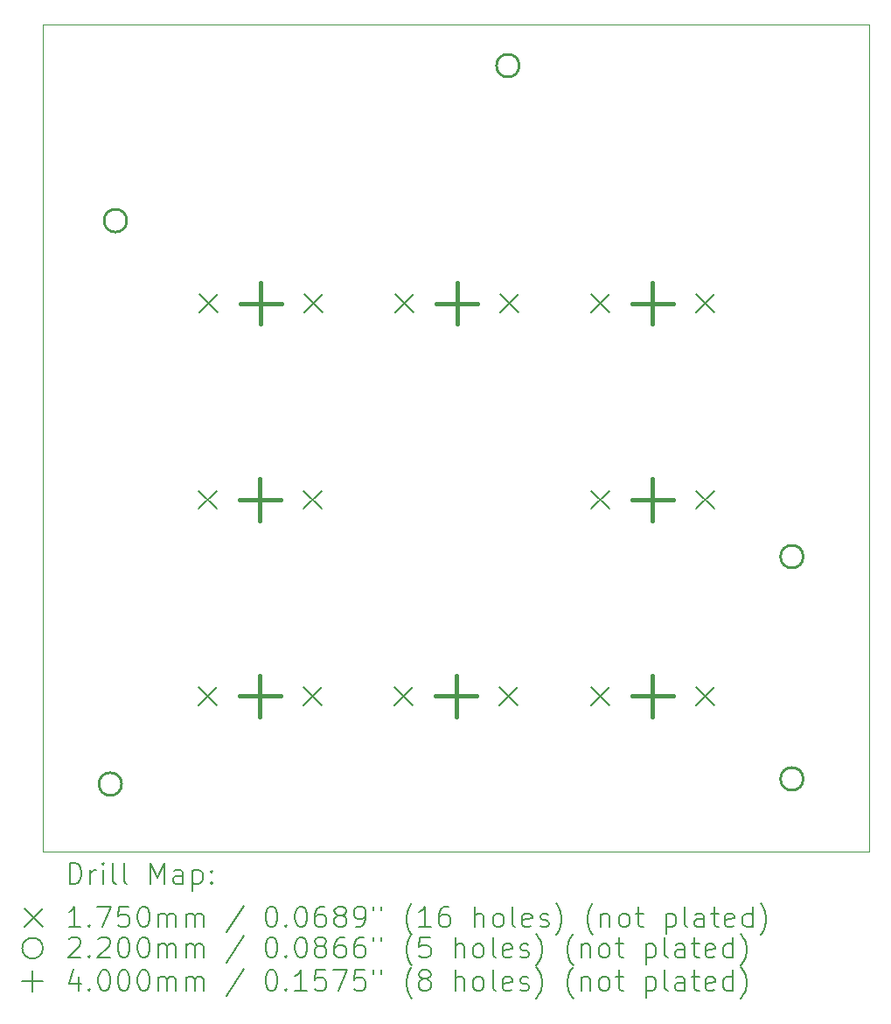
<source format=gbr>
%TF.GenerationSoftware,KiCad,Pcbnew,8.0.6*%
%TF.CreationDate,2024-10-30T00:35:00-04:00*%
%TF.ProjectId,MyHackpad,4d794861-636b-4706-9164-2e6b69636164,rev?*%
%TF.SameCoordinates,Original*%
%TF.FileFunction,Drillmap*%
%TF.FilePolarity,Positive*%
%FSLAX45Y45*%
G04 Gerber Fmt 4.5, Leading zero omitted, Abs format (unit mm)*
G04 Created by KiCad (PCBNEW 8.0.6) date 2024-10-30 00:35:00*
%MOMM*%
%LPD*%
G01*
G04 APERTURE LIST*
%ADD10C,0.050000*%
%ADD11C,0.200000*%
%ADD12C,0.175000*%
%ADD13C,0.220000*%
%ADD14C,0.400000*%
G04 APERTURE END LIST*
D10*
X1200000Y-1300000D02*
X9200000Y-1300000D01*
X9200000Y-9300000D01*
X1200000Y-9300000D01*
X1200000Y-1300000D01*
D11*
D12*
X2704500Y-5812500D02*
X2879500Y-5987500D01*
X2879500Y-5812500D02*
X2704500Y-5987500D01*
X2704500Y-7712500D02*
X2879500Y-7887500D01*
X2879500Y-7712500D02*
X2704500Y-7887500D01*
X2712500Y-3912500D02*
X2887500Y-4087500D01*
X2887500Y-3912500D02*
X2712500Y-4087500D01*
X3720500Y-5812500D02*
X3895500Y-5987500D01*
X3895500Y-5812500D02*
X3720500Y-5987500D01*
X3720500Y-7712500D02*
X3895500Y-7887500D01*
X3895500Y-7712500D02*
X3720500Y-7887500D01*
X3728500Y-3912500D02*
X3903500Y-4087500D01*
X3903500Y-3912500D02*
X3728500Y-4087500D01*
X4604500Y-7712500D02*
X4779500Y-7887500D01*
X4779500Y-7712500D02*
X4604500Y-7887500D01*
X4612500Y-3912500D02*
X4787500Y-4087500D01*
X4787500Y-3912500D02*
X4612500Y-4087500D01*
X5620500Y-7712500D02*
X5795500Y-7887500D01*
X5795500Y-7712500D02*
X5620500Y-7887500D01*
X5628500Y-3912500D02*
X5803500Y-4087500D01*
X5803500Y-3912500D02*
X5628500Y-4087500D01*
X6504500Y-3912500D02*
X6679500Y-4087500D01*
X6679500Y-3912500D02*
X6504500Y-4087500D01*
X6504500Y-5812500D02*
X6679500Y-5987500D01*
X6679500Y-5812500D02*
X6504500Y-5987500D01*
X6504500Y-7712500D02*
X6679500Y-7887500D01*
X6679500Y-7712500D02*
X6504500Y-7887500D01*
X7520500Y-3912500D02*
X7695500Y-4087500D01*
X7695500Y-3912500D02*
X7520500Y-4087500D01*
X7520500Y-5812500D02*
X7695500Y-5987500D01*
X7695500Y-5812500D02*
X7520500Y-5987500D01*
X7520500Y-7712500D02*
X7695500Y-7887500D01*
X7695500Y-7712500D02*
X7520500Y-7887500D01*
D13*
X1960000Y-8650000D02*
G75*
G02*
X1740000Y-8650000I-110000J0D01*
G01*
X1740000Y-8650000D02*
G75*
G02*
X1960000Y-8650000I110000J0D01*
G01*
X2010000Y-3200000D02*
G75*
G02*
X1790000Y-3200000I-110000J0D01*
G01*
X1790000Y-3200000D02*
G75*
G02*
X2010000Y-3200000I110000J0D01*
G01*
X5810000Y-1700000D02*
G75*
G02*
X5590000Y-1700000I-110000J0D01*
G01*
X5590000Y-1700000D02*
G75*
G02*
X5810000Y-1700000I110000J0D01*
G01*
X8560000Y-6450000D02*
G75*
G02*
X8340000Y-6450000I-110000J0D01*
G01*
X8340000Y-6450000D02*
G75*
G02*
X8560000Y-6450000I110000J0D01*
G01*
X8560000Y-8600000D02*
G75*
G02*
X8340000Y-8600000I-110000J0D01*
G01*
X8340000Y-8600000D02*
G75*
G02*
X8560000Y-8600000I110000J0D01*
G01*
D14*
X3300000Y-5700000D02*
X3300000Y-6100000D01*
X3100000Y-5900000D02*
X3500000Y-5900000D01*
X3300000Y-7600000D02*
X3300000Y-8000000D01*
X3100000Y-7800000D02*
X3500000Y-7800000D01*
X3308000Y-3800000D02*
X3308000Y-4200000D01*
X3108000Y-4000000D02*
X3508000Y-4000000D01*
X5200000Y-7600000D02*
X5200000Y-8000000D01*
X5000000Y-7800000D02*
X5400000Y-7800000D01*
X5208000Y-3800000D02*
X5208000Y-4200000D01*
X5008000Y-4000000D02*
X5408000Y-4000000D01*
X7100000Y-3800000D02*
X7100000Y-4200000D01*
X6900000Y-4000000D02*
X7300000Y-4000000D01*
X7100000Y-5700000D02*
X7100000Y-6100000D01*
X6900000Y-5900000D02*
X7300000Y-5900000D01*
X7100000Y-7600000D02*
X7100000Y-8000000D01*
X6900000Y-7800000D02*
X7300000Y-7800000D01*
D11*
X1458277Y-9613984D02*
X1458277Y-9413984D01*
X1458277Y-9413984D02*
X1505896Y-9413984D01*
X1505896Y-9413984D02*
X1534467Y-9423508D01*
X1534467Y-9423508D02*
X1553515Y-9442555D01*
X1553515Y-9442555D02*
X1563039Y-9461603D01*
X1563039Y-9461603D02*
X1572562Y-9499698D01*
X1572562Y-9499698D02*
X1572562Y-9528270D01*
X1572562Y-9528270D02*
X1563039Y-9566365D01*
X1563039Y-9566365D02*
X1553515Y-9585412D01*
X1553515Y-9585412D02*
X1534467Y-9604460D01*
X1534467Y-9604460D02*
X1505896Y-9613984D01*
X1505896Y-9613984D02*
X1458277Y-9613984D01*
X1658277Y-9613984D02*
X1658277Y-9480650D01*
X1658277Y-9518746D02*
X1667801Y-9499698D01*
X1667801Y-9499698D02*
X1677324Y-9490174D01*
X1677324Y-9490174D02*
X1696372Y-9480650D01*
X1696372Y-9480650D02*
X1715420Y-9480650D01*
X1782086Y-9613984D02*
X1782086Y-9480650D01*
X1782086Y-9413984D02*
X1772562Y-9423508D01*
X1772562Y-9423508D02*
X1782086Y-9433031D01*
X1782086Y-9433031D02*
X1791610Y-9423508D01*
X1791610Y-9423508D02*
X1782086Y-9413984D01*
X1782086Y-9413984D02*
X1782086Y-9433031D01*
X1905896Y-9613984D02*
X1886848Y-9604460D01*
X1886848Y-9604460D02*
X1877324Y-9585412D01*
X1877324Y-9585412D02*
X1877324Y-9413984D01*
X2010658Y-9613984D02*
X1991610Y-9604460D01*
X1991610Y-9604460D02*
X1982086Y-9585412D01*
X1982086Y-9585412D02*
X1982086Y-9413984D01*
X2239229Y-9613984D02*
X2239229Y-9413984D01*
X2239229Y-9413984D02*
X2305896Y-9556841D01*
X2305896Y-9556841D02*
X2372563Y-9413984D01*
X2372563Y-9413984D02*
X2372563Y-9613984D01*
X2553515Y-9613984D02*
X2553515Y-9509222D01*
X2553515Y-9509222D02*
X2543991Y-9490174D01*
X2543991Y-9490174D02*
X2524944Y-9480650D01*
X2524944Y-9480650D02*
X2486848Y-9480650D01*
X2486848Y-9480650D02*
X2467801Y-9490174D01*
X2553515Y-9604460D02*
X2534467Y-9613984D01*
X2534467Y-9613984D02*
X2486848Y-9613984D01*
X2486848Y-9613984D02*
X2467801Y-9604460D01*
X2467801Y-9604460D02*
X2458277Y-9585412D01*
X2458277Y-9585412D02*
X2458277Y-9566365D01*
X2458277Y-9566365D02*
X2467801Y-9547317D01*
X2467801Y-9547317D02*
X2486848Y-9537793D01*
X2486848Y-9537793D02*
X2534467Y-9537793D01*
X2534467Y-9537793D02*
X2553515Y-9528270D01*
X2648753Y-9480650D02*
X2648753Y-9680650D01*
X2648753Y-9490174D02*
X2667801Y-9480650D01*
X2667801Y-9480650D02*
X2705896Y-9480650D01*
X2705896Y-9480650D02*
X2724944Y-9490174D01*
X2724944Y-9490174D02*
X2734467Y-9499698D01*
X2734467Y-9499698D02*
X2743991Y-9518746D01*
X2743991Y-9518746D02*
X2743991Y-9575889D01*
X2743991Y-9575889D02*
X2734467Y-9594936D01*
X2734467Y-9594936D02*
X2724944Y-9604460D01*
X2724944Y-9604460D02*
X2705896Y-9613984D01*
X2705896Y-9613984D02*
X2667801Y-9613984D01*
X2667801Y-9613984D02*
X2648753Y-9604460D01*
X2829705Y-9594936D02*
X2839229Y-9604460D01*
X2839229Y-9604460D02*
X2829705Y-9613984D01*
X2829705Y-9613984D02*
X2820182Y-9604460D01*
X2820182Y-9604460D02*
X2829705Y-9594936D01*
X2829705Y-9594936D02*
X2829705Y-9613984D01*
X2829705Y-9490174D02*
X2839229Y-9499698D01*
X2839229Y-9499698D02*
X2829705Y-9509222D01*
X2829705Y-9509222D02*
X2820182Y-9499698D01*
X2820182Y-9499698D02*
X2829705Y-9490174D01*
X2829705Y-9490174D02*
X2829705Y-9509222D01*
D12*
X1022500Y-9855000D02*
X1197500Y-10030000D01*
X1197500Y-9855000D02*
X1022500Y-10030000D01*
D11*
X1563039Y-10033984D02*
X1448753Y-10033984D01*
X1505896Y-10033984D02*
X1505896Y-9833984D01*
X1505896Y-9833984D02*
X1486848Y-9862555D01*
X1486848Y-9862555D02*
X1467801Y-9881603D01*
X1467801Y-9881603D02*
X1448753Y-9891127D01*
X1648753Y-10014936D02*
X1658277Y-10024460D01*
X1658277Y-10024460D02*
X1648753Y-10033984D01*
X1648753Y-10033984D02*
X1639229Y-10024460D01*
X1639229Y-10024460D02*
X1648753Y-10014936D01*
X1648753Y-10014936D02*
X1648753Y-10033984D01*
X1724943Y-9833984D02*
X1858277Y-9833984D01*
X1858277Y-9833984D02*
X1772562Y-10033984D01*
X2029705Y-9833984D02*
X1934467Y-9833984D01*
X1934467Y-9833984D02*
X1924943Y-9929222D01*
X1924943Y-9929222D02*
X1934467Y-9919698D01*
X1934467Y-9919698D02*
X1953515Y-9910174D01*
X1953515Y-9910174D02*
X2001134Y-9910174D01*
X2001134Y-9910174D02*
X2020182Y-9919698D01*
X2020182Y-9919698D02*
X2029705Y-9929222D01*
X2029705Y-9929222D02*
X2039229Y-9948270D01*
X2039229Y-9948270D02*
X2039229Y-9995889D01*
X2039229Y-9995889D02*
X2029705Y-10014936D01*
X2029705Y-10014936D02*
X2020182Y-10024460D01*
X2020182Y-10024460D02*
X2001134Y-10033984D01*
X2001134Y-10033984D02*
X1953515Y-10033984D01*
X1953515Y-10033984D02*
X1934467Y-10024460D01*
X1934467Y-10024460D02*
X1924943Y-10014936D01*
X2163039Y-9833984D02*
X2182086Y-9833984D01*
X2182086Y-9833984D02*
X2201134Y-9843508D01*
X2201134Y-9843508D02*
X2210658Y-9853031D01*
X2210658Y-9853031D02*
X2220182Y-9872079D01*
X2220182Y-9872079D02*
X2229705Y-9910174D01*
X2229705Y-9910174D02*
X2229705Y-9957793D01*
X2229705Y-9957793D02*
X2220182Y-9995889D01*
X2220182Y-9995889D02*
X2210658Y-10014936D01*
X2210658Y-10014936D02*
X2201134Y-10024460D01*
X2201134Y-10024460D02*
X2182086Y-10033984D01*
X2182086Y-10033984D02*
X2163039Y-10033984D01*
X2163039Y-10033984D02*
X2143991Y-10024460D01*
X2143991Y-10024460D02*
X2134467Y-10014936D01*
X2134467Y-10014936D02*
X2124944Y-9995889D01*
X2124944Y-9995889D02*
X2115420Y-9957793D01*
X2115420Y-9957793D02*
X2115420Y-9910174D01*
X2115420Y-9910174D02*
X2124944Y-9872079D01*
X2124944Y-9872079D02*
X2134467Y-9853031D01*
X2134467Y-9853031D02*
X2143991Y-9843508D01*
X2143991Y-9843508D02*
X2163039Y-9833984D01*
X2315420Y-10033984D02*
X2315420Y-9900650D01*
X2315420Y-9919698D02*
X2324944Y-9910174D01*
X2324944Y-9910174D02*
X2343991Y-9900650D01*
X2343991Y-9900650D02*
X2372563Y-9900650D01*
X2372563Y-9900650D02*
X2391610Y-9910174D01*
X2391610Y-9910174D02*
X2401134Y-9929222D01*
X2401134Y-9929222D02*
X2401134Y-10033984D01*
X2401134Y-9929222D02*
X2410658Y-9910174D01*
X2410658Y-9910174D02*
X2429705Y-9900650D01*
X2429705Y-9900650D02*
X2458277Y-9900650D01*
X2458277Y-9900650D02*
X2477325Y-9910174D01*
X2477325Y-9910174D02*
X2486848Y-9929222D01*
X2486848Y-9929222D02*
X2486848Y-10033984D01*
X2582086Y-10033984D02*
X2582086Y-9900650D01*
X2582086Y-9919698D02*
X2591610Y-9910174D01*
X2591610Y-9910174D02*
X2610658Y-9900650D01*
X2610658Y-9900650D02*
X2639229Y-9900650D01*
X2639229Y-9900650D02*
X2658277Y-9910174D01*
X2658277Y-9910174D02*
X2667801Y-9929222D01*
X2667801Y-9929222D02*
X2667801Y-10033984D01*
X2667801Y-9929222D02*
X2677325Y-9910174D01*
X2677325Y-9910174D02*
X2696372Y-9900650D01*
X2696372Y-9900650D02*
X2724944Y-9900650D01*
X2724944Y-9900650D02*
X2743991Y-9910174D01*
X2743991Y-9910174D02*
X2753515Y-9929222D01*
X2753515Y-9929222D02*
X2753515Y-10033984D01*
X3143991Y-9824460D02*
X2972563Y-10081603D01*
X3401134Y-9833984D02*
X3420182Y-9833984D01*
X3420182Y-9833984D02*
X3439229Y-9843508D01*
X3439229Y-9843508D02*
X3448753Y-9853031D01*
X3448753Y-9853031D02*
X3458277Y-9872079D01*
X3458277Y-9872079D02*
X3467801Y-9910174D01*
X3467801Y-9910174D02*
X3467801Y-9957793D01*
X3467801Y-9957793D02*
X3458277Y-9995889D01*
X3458277Y-9995889D02*
X3448753Y-10014936D01*
X3448753Y-10014936D02*
X3439229Y-10024460D01*
X3439229Y-10024460D02*
X3420182Y-10033984D01*
X3420182Y-10033984D02*
X3401134Y-10033984D01*
X3401134Y-10033984D02*
X3382086Y-10024460D01*
X3382086Y-10024460D02*
X3372563Y-10014936D01*
X3372563Y-10014936D02*
X3363039Y-9995889D01*
X3363039Y-9995889D02*
X3353515Y-9957793D01*
X3353515Y-9957793D02*
X3353515Y-9910174D01*
X3353515Y-9910174D02*
X3363039Y-9872079D01*
X3363039Y-9872079D02*
X3372563Y-9853031D01*
X3372563Y-9853031D02*
X3382086Y-9843508D01*
X3382086Y-9843508D02*
X3401134Y-9833984D01*
X3553515Y-10014936D02*
X3563039Y-10024460D01*
X3563039Y-10024460D02*
X3553515Y-10033984D01*
X3553515Y-10033984D02*
X3543991Y-10024460D01*
X3543991Y-10024460D02*
X3553515Y-10014936D01*
X3553515Y-10014936D02*
X3553515Y-10033984D01*
X3686848Y-9833984D02*
X3705896Y-9833984D01*
X3705896Y-9833984D02*
X3724944Y-9843508D01*
X3724944Y-9843508D02*
X3734467Y-9853031D01*
X3734467Y-9853031D02*
X3743991Y-9872079D01*
X3743991Y-9872079D02*
X3753515Y-9910174D01*
X3753515Y-9910174D02*
X3753515Y-9957793D01*
X3753515Y-9957793D02*
X3743991Y-9995889D01*
X3743991Y-9995889D02*
X3734467Y-10014936D01*
X3734467Y-10014936D02*
X3724944Y-10024460D01*
X3724944Y-10024460D02*
X3705896Y-10033984D01*
X3705896Y-10033984D02*
X3686848Y-10033984D01*
X3686848Y-10033984D02*
X3667801Y-10024460D01*
X3667801Y-10024460D02*
X3658277Y-10014936D01*
X3658277Y-10014936D02*
X3648753Y-9995889D01*
X3648753Y-9995889D02*
X3639229Y-9957793D01*
X3639229Y-9957793D02*
X3639229Y-9910174D01*
X3639229Y-9910174D02*
X3648753Y-9872079D01*
X3648753Y-9872079D02*
X3658277Y-9853031D01*
X3658277Y-9853031D02*
X3667801Y-9843508D01*
X3667801Y-9843508D02*
X3686848Y-9833984D01*
X3924944Y-9833984D02*
X3886848Y-9833984D01*
X3886848Y-9833984D02*
X3867801Y-9843508D01*
X3867801Y-9843508D02*
X3858277Y-9853031D01*
X3858277Y-9853031D02*
X3839229Y-9881603D01*
X3839229Y-9881603D02*
X3829706Y-9919698D01*
X3829706Y-9919698D02*
X3829706Y-9995889D01*
X3829706Y-9995889D02*
X3839229Y-10014936D01*
X3839229Y-10014936D02*
X3848753Y-10024460D01*
X3848753Y-10024460D02*
X3867801Y-10033984D01*
X3867801Y-10033984D02*
X3905896Y-10033984D01*
X3905896Y-10033984D02*
X3924944Y-10024460D01*
X3924944Y-10024460D02*
X3934467Y-10014936D01*
X3934467Y-10014936D02*
X3943991Y-9995889D01*
X3943991Y-9995889D02*
X3943991Y-9948270D01*
X3943991Y-9948270D02*
X3934467Y-9929222D01*
X3934467Y-9929222D02*
X3924944Y-9919698D01*
X3924944Y-9919698D02*
X3905896Y-9910174D01*
X3905896Y-9910174D02*
X3867801Y-9910174D01*
X3867801Y-9910174D02*
X3848753Y-9919698D01*
X3848753Y-9919698D02*
X3839229Y-9929222D01*
X3839229Y-9929222D02*
X3829706Y-9948270D01*
X4058277Y-9919698D02*
X4039229Y-9910174D01*
X4039229Y-9910174D02*
X4029706Y-9900650D01*
X4029706Y-9900650D02*
X4020182Y-9881603D01*
X4020182Y-9881603D02*
X4020182Y-9872079D01*
X4020182Y-9872079D02*
X4029706Y-9853031D01*
X4029706Y-9853031D02*
X4039229Y-9843508D01*
X4039229Y-9843508D02*
X4058277Y-9833984D01*
X4058277Y-9833984D02*
X4096372Y-9833984D01*
X4096372Y-9833984D02*
X4115420Y-9843508D01*
X4115420Y-9843508D02*
X4124944Y-9853031D01*
X4124944Y-9853031D02*
X4134467Y-9872079D01*
X4134467Y-9872079D02*
X4134467Y-9881603D01*
X4134467Y-9881603D02*
X4124944Y-9900650D01*
X4124944Y-9900650D02*
X4115420Y-9910174D01*
X4115420Y-9910174D02*
X4096372Y-9919698D01*
X4096372Y-9919698D02*
X4058277Y-9919698D01*
X4058277Y-9919698D02*
X4039229Y-9929222D01*
X4039229Y-9929222D02*
X4029706Y-9938746D01*
X4029706Y-9938746D02*
X4020182Y-9957793D01*
X4020182Y-9957793D02*
X4020182Y-9995889D01*
X4020182Y-9995889D02*
X4029706Y-10014936D01*
X4029706Y-10014936D02*
X4039229Y-10024460D01*
X4039229Y-10024460D02*
X4058277Y-10033984D01*
X4058277Y-10033984D02*
X4096372Y-10033984D01*
X4096372Y-10033984D02*
X4115420Y-10024460D01*
X4115420Y-10024460D02*
X4124944Y-10014936D01*
X4124944Y-10014936D02*
X4134467Y-9995889D01*
X4134467Y-9995889D02*
X4134467Y-9957793D01*
X4134467Y-9957793D02*
X4124944Y-9938746D01*
X4124944Y-9938746D02*
X4115420Y-9929222D01*
X4115420Y-9929222D02*
X4096372Y-9919698D01*
X4229706Y-10033984D02*
X4267801Y-10033984D01*
X4267801Y-10033984D02*
X4286849Y-10024460D01*
X4286849Y-10024460D02*
X4296372Y-10014936D01*
X4296372Y-10014936D02*
X4315420Y-9986365D01*
X4315420Y-9986365D02*
X4324944Y-9948270D01*
X4324944Y-9948270D02*
X4324944Y-9872079D01*
X4324944Y-9872079D02*
X4315420Y-9853031D01*
X4315420Y-9853031D02*
X4305896Y-9843508D01*
X4305896Y-9843508D02*
X4286849Y-9833984D01*
X4286849Y-9833984D02*
X4248753Y-9833984D01*
X4248753Y-9833984D02*
X4229706Y-9843508D01*
X4229706Y-9843508D02*
X4220182Y-9853031D01*
X4220182Y-9853031D02*
X4210658Y-9872079D01*
X4210658Y-9872079D02*
X4210658Y-9919698D01*
X4210658Y-9919698D02*
X4220182Y-9938746D01*
X4220182Y-9938746D02*
X4229706Y-9948270D01*
X4229706Y-9948270D02*
X4248753Y-9957793D01*
X4248753Y-9957793D02*
X4286849Y-9957793D01*
X4286849Y-9957793D02*
X4305896Y-9948270D01*
X4305896Y-9948270D02*
X4315420Y-9938746D01*
X4315420Y-9938746D02*
X4324944Y-9919698D01*
X4401134Y-9833984D02*
X4401134Y-9872079D01*
X4477325Y-9833984D02*
X4477325Y-9872079D01*
X4772563Y-10110174D02*
X4763039Y-10100650D01*
X4763039Y-10100650D02*
X4743991Y-10072079D01*
X4743991Y-10072079D02*
X4734468Y-10053031D01*
X4734468Y-10053031D02*
X4724944Y-10024460D01*
X4724944Y-10024460D02*
X4715420Y-9976841D01*
X4715420Y-9976841D02*
X4715420Y-9938746D01*
X4715420Y-9938746D02*
X4724944Y-9891127D01*
X4724944Y-9891127D02*
X4734468Y-9862555D01*
X4734468Y-9862555D02*
X4743991Y-9843508D01*
X4743991Y-9843508D02*
X4763039Y-9814936D01*
X4763039Y-9814936D02*
X4772563Y-9805412D01*
X4953515Y-10033984D02*
X4839230Y-10033984D01*
X4896372Y-10033984D02*
X4896372Y-9833984D01*
X4896372Y-9833984D02*
X4877325Y-9862555D01*
X4877325Y-9862555D02*
X4858277Y-9881603D01*
X4858277Y-9881603D02*
X4839230Y-9891127D01*
X5124944Y-9833984D02*
X5086849Y-9833984D01*
X5086849Y-9833984D02*
X5067801Y-9843508D01*
X5067801Y-9843508D02*
X5058277Y-9853031D01*
X5058277Y-9853031D02*
X5039230Y-9881603D01*
X5039230Y-9881603D02*
X5029706Y-9919698D01*
X5029706Y-9919698D02*
X5029706Y-9995889D01*
X5029706Y-9995889D02*
X5039230Y-10014936D01*
X5039230Y-10014936D02*
X5048753Y-10024460D01*
X5048753Y-10024460D02*
X5067801Y-10033984D01*
X5067801Y-10033984D02*
X5105896Y-10033984D01*
X5105896Y-10033984D02*
X5124944Y-10024460D01*
X5124944Y-10024460D02*
X5134468Y-10014936D01*
X5134468Y-10014936D02*
X5143991Y-9995889D01*
X5143991Y-9995889D02*
X5143991Y-9948270D01*
X5143991Y-9948270D02*
X5134468Y-9929222D01*
X5134468Y-9929222D02*
X5124944Y-9919698D01*
X5124944Y-9919698D02*
X5105896Y-9910174D01*
X5105896Y-9910174D02*
X5067801Y-9910174D01*
X5067801Y-9910174D02*
X5048753Y-9919698D01*
X5048753Y-9919698D02*
X5039230Y-9929222D01*
X5039230Y-9929222D02*
X5029706Y-9948270D01*
X5382087Y-10033984D02*
X5382087Y-9833984D01*
X5467801Y-10033984D02*
X5467801Y-9929222D01*
X5467801Y-9929222D02*
X5458277Y-9910174D01*
X5458277Y-9910174D02*
X5439230Y-9900650D01*
X5439230Y-9900650D02*
X5410658Y-9900650D01*
X5410658Y-9900650D02*
X5391611Y-9910174D01*
X5391611Y-9910174D02*
X5382087Y-9919698D01*
X5591611Y-10033984D02*
X5572563Y-10024460D01*
X5572563Y-10024460D02*
X5563039Y-10014936D01*
X5563039Y-10014936D02*
X5553515Y-9995889D01*
X5553515Y-9995889D02*
X5553515Y-9938746D01*
X5553515Y-9938746D02*
X5563039Y-9919698D01*
X5563039Y-9919698D02*
X5572563Y-9910174D01*
X5572563Y-9910174D02*
X5591611Y-9900650D01*
X5591611Y-9900650D02*
X5620182Y-9900650D01*
X5620182Y-9900650D02*
X5639230Y-9910174D01*
X5639230Y-9910174D02*
X5648753Y-9919698D01*
X5648753Y-9919698D02*
X5658277Y-9938746D01*
X5658277Y-9938746D02*
X5658277Y-9995889D01*
X5658277Y-9995889D02*
X5648753Y-10014936D01*
X5648753Y-10014936D02*
X5639230Y-10024460D01*
X5639230Y-10024460D02*
X5620182Y-10033984D01*
X5620182Y-10033984D02*
X5591611Y-10033984D01*
X5772563Y-10033984D02*
X5753515Y-10024460D01*
X5753515Y-10024460D02*
X5743991Y-10005412D01*
X5743991Y-10005412D02*
X5743991Y-9833984D01*
X5924944Y-10024460D02*
X5905896Y-10033984D01*
X5905896Y-10033984D02*
X5867801Y-10033984D01*
X5867801Y-10033984D02*
X5848753Y-10024460D01*
X5848753Y-10024460D02*
X5839230Y-10005412D01*
X5839230Y-10005412D02*
X5839230Y-9929222D01*
X5839230Y-9929222D02*
X5848753Y-9910174D01*
X5848753Y-9910174D02*
X5867801Y-9900650D01*
X5867801Y-9900650D02*
X5905896Y-9900650D01*
X5905896Y-9900650D02*
X5924944Y-9910174D01*
X5924944Y-9910174D02*
X5934468Y-9929222D01*
X5934468Y-9929222D02*
X5934468Y-9948270D01*
X5934468Y-9948270D02*
X5839230Y-9967317D01*
X6010658Y-10024460D02*
X6029706Y-10033984D01*
X6029706Y-10033984D02*
X6067801Y-10033984D01*
X6067801Y-10033984D02*
X6086849Y-10024460D01*
X6086849Y-10024460D02*
X6096372Y-10005412D01*
X6096372Y-10005412D02*
X6096372Y-9995889D01*
X6096372Y-9995889D02*
X6086849Y-9976841D01*
X6086849Y-9976841D02*
X6067801Y-9967317D01*
X6067801Y-9967317D02*
X6039230Y-9967317D01*
X6039230Y-9967317D02*
X6020182Y-9957793D01*
X6020182Y-9957793D02*
X6010658Y-9938746D01*
X6010658Y-9938746D02*
X6010658Y-9929222D01*
X6010658Y-9929222D02*
X6020182Y-9910174D01*
X6020182Y-9910174D02*
X6039230Y-9900650D01*
X6039230Y-9900650D02*
X6067801Y-9900650D01*
X6067801Y-9900650D02*
X6086849Y-9910174D01*
X6163039Y-10110174D02*
X6172563Y-10100650D01*
X6172563Y-10100650D02*
X6191611Y-10072079D01*
X6191611Y-10072079D02*
X6201134Y-10053031D01*
X6201134Y-10053031D02*
X6210658Y-10024460D01*
X6210658Y-10024460D02*
X6220182Y-9976841D01*
X6220182Y-9976841D02*
X6220182Y-9938746D01*
X6220182Y-9938746D02*
X6210658Y-9891127D01*
X6210658Y-9891127D02*
X6201134Y-9862555D01*
X6201134Y-9862555D02*
X6191611Y-9843508D01*
X6191611Y-9843508D02*
X6172563Y-9814936D01*
X6172563Y-9814936D02*
X6163039Y-9805412D01*
X6524944Y-10110174D02*
X6515420Y-10100650D01*
X6515420Y-10100650D02*
X6496372Y-10072079D01*
X6496372Y-10072079D02*
X6486849Y-10053031D01*
X6486849Y-10053031D02*
X6477325Y-10024460D01*
X6477325Y-10024460D02*
X6467801Y-9976841D01*
X6467801Y-9976841D02*
X6467801Y-9938746D01*
X6467801Y-9938746D02*
X6477325Y-9891127D01*
X6477325Y-9891127D02*
X6486849Y-9862555D01*
X6486849Y-9862555D02*
X6496372Y-9843508D01*
X6496372Y-9843508D02*
X6515420Y-9814936D01*
X6515420Y-9814936D02*
X6524944Y-9805412D01*
X6601134Y-9900650D02*
X6601134Y-10033984D01*
X6601134Y-9919698D02*
X6610658Y-9910174D01*
X6610658Y-9910174D02*
X6629706Y-9900650D01*
X6629706Y-9900650D02*
X6658277Y-9900650D01*
X6658277Y-9900650D02*
X6677325Y-9910174D01*
X6677325Y-9910174D02*
X6686849Y-9929222D01*
X6686849Y-9929222D02*
X6686849Y-10033984D01*
X6810658Y-10033984D02*
X6791611Y-10024460D01*
X6791611Y-10024460D02*
X6782087Y-10014936D01*
X6782087Y-10014936D02*
X6772563Y-9995889D01*
X6772563Y-9995889D02*
X6772563Y-9938746D01*
X6772563Y-9938746D02*
X6782087Y-9919698D01*
X6782087Y-9919698D02*
X6791611Y-9910174D01*
X6791611Y-9910174D02*
X6810658Y-9900650D01*
X6810658Y-9900650D02*
X6839230Y-9900650D01*
X6839230Y-9900650D02*
X6858277Y-9910174D01*
X6858277Y-9910174D02*
X6867801Y-9919698D01*
X6867801Y-9919698D02*
X6877325Y-9938746D01*
X6877325Y-9938746D02*
X6877325Y-9995889D01*
X6877325Y-9995889D02*
X6867801Y-10014936D01*
X6867801Y-10014936D02*
X6858277Y-10024460D01*
X6858277Y-10024460D02*
X6839230Y-10033984D01*
X6839230Y-10033984D02*
X6810658Y-10033984D01*
X6934468Y-9900650D02*
X7010658Y-9900650D01*
X6963039Y-9833984D02*
X6963039Y-10005412D01*
X6963039Y-10005412D02*
X6972563Y-10024460D01*
X6972563Y-10024460D02*
X6991611Y-10033984D01*
X6991611Y-10033984D02*
X7010658Y-10033984D01*
X7229706Y-9900650D02*
X7229706Y-10100650D01*
X7229706Y-9910174D02*
X7248753Y-9900650D01*
X7248753Y-9900650D02*
X7286849Y-9900650D01*
X7286849Y-9900650D02*
X7305896Y-9910174D01*
X7305896Y-9910174D02*
X7315420Y-9919698D01*
X7315420Y-9919698D02*
X7324944Y-9938746D01*
X7324944Y-9938746D02*
X7324944Y-9995889D01*
X7324944Y-9995889D02*
X7315420Y-10014936D01*
X7315420Y-10014936D02*
X7305896Y-10024460D01*
X7305896Y-10024460D02*
X7286849Y-10033984D01*
X7286849Y-10033984D02*
X7248753Y-10033984D01*
X7248753Y-10033984D02*
X7229706Y-10024460D01*
X7439230Y-10033984D02*
X7420182Y-10024460D01*
X7420182Y-10024460D02*
X7410658Y-10005412D01*
X7410658Y-10005412D02*
X7410658Y-9833984D01*
X7601134Y-10033984D02*
X7601134Y-9929222D01*
X7601134Y-9929222D02*
X7591611Y-9910174D01*
X7591611Y-9910174D02*
X7572563Y-9900650D01*
X7572563Y-9900650D02*
X7534468Y-9900650D01*
X7534468Y-9900650D02*
X7515420Y-9910174D01*
X7601134Y-10024460D02*
X7582087Y-10033984D01*
X7582087Y-10033984D02*
X7534468Y-10033984D01*
X7534468Y-10033984D02*
X7515420Y-10024460D01*
X7515420Y-10024460D02*
X7505896Y-10005412D01*
X7505896Y-10005412D02*
X7505896Y-9986365D01*
X7505896Y-9986365D02*
X7515420Y-9967317D01*
X7515420Y-9967317D02*
X7534468Y-9957793D01*
X7534468Y-9957793D02*
X7582087Y-9957793D01*
X7582087Y-9957793D02*
X7601134Y-9948270D01*
X7667801Y-9900650D02*
X7743992Y-9900650D01*
X7696373Y-9833984D02*
X7696373Y-10005412D01*
X7696373Y-10005412D02*
X7705896Y-10024460D01*
X7705896Y-10024460D02*
X7724944Y-10033984D01*
X7724944Y-10033984D02*
X7743992Y-10033984D01*
X7886849Y-10024460D02*
X7867801Y-10033984D01*
X7867801Y-10033984D02*
X7829706Y-10033984D01*
X7829706Y-10033984D02*
X7810658Y-10024460D01*
X7810658Y-10024460D02*
X7801134Y-10005412D01*
X7801134Y-10005412D02*
X7801134Y-9929222D01*
X7801134Y-9929222D02*
X7810658Y-9910174D01*
X7810658Y-9910174D02*
X7829706Y-9900650D01*
X7829706Y-9900650D02*
X7867801Y-9900650D01*
X7867801Y-9900650D02*
X7886849Y-9910174D01*
X7886849Y-9910174D02*
X7896373Y-9929222D01*
X7896373Y-9929222D02*
X7896373Y-9948270D01*
X7896373Y-9948270D02*
X7801134Y-9967317D01*
X8067801Y-10033984D02*
X8067801Y-9833984D01*
X8067801Y-10024460D02*
X8048754Y-10033984D01*
X8048754Y-10033984D02*
X8010658Y-10033984D01*
X8010658Y-10033984D02*
X7991611Y-10024460D01*
X7991611Y-10024460D02*
X7982087Y-10014936D01*
X7982087Y-10014936D02*
X7972563Y-9995889D01*
X7972563Y-9995889D02*
X7972563Y-9938746D01*
X7972563Y-9938746D02*
X7982087Y-9919698D01*
X7982087Y-9919698D02*
X7991611Y-9910174D01*
X7991611Y-9910174D02*
X8010658Y-9900650D01*
X8010658Y-9900650D02*
X8048754Y-9900650D01*
X8048754Y-9900650D02*
X8067801Y-9910174D01*
X8143992Y-10110174D02*
X8153515Y-10100650D01*
X8153515Y-10100650D02*
X8172563Y-10072079D01*
X8172563Y-10072079D02*
X8182087Y-10053031D01*
X8182087Y-10053031D02*
X8191611Y-10024460D01*
X8191611Y-10024460D02*
X8201134Y-9976841D01*
X8201134Y-9976841D02*
X8201134Y-9938746D01*
X8201134Y-9938746D02*
X8191611Y-9891127D01*
X8191611Y-9891127D02*
X8182087Y-9862555D01*
X8182087Y-9862555D02*
X8172563Y-9843508D01*
X8172563Y-9843508D02*
X8153515Y-9814936D01*
X8153515Y-9814936D02*
X8143992Y-9805412D01*
X1197500Y-10237500D02*
G75*
G02*
X997500Y-10237500I-100000J0D01*
G01*
X997500Y-10237500D02*
G75*
G02*
X1197500Y-10237500I100000J0D01*
G01*
X1448753Y-10148031D02*
X1458277Y-10138508D01*
X1458277Y-10138508D02*
X1477324Y-10128984D01*
X1477324Y-10128984D02*
X1524943Y-10128984D01*
X1524943Y-10128984D02*
X1543991Y-10138508D01*
X1543991Y-10138508D02*
X1553515Y-10148031D01*
X1553515Y-10148031D02*
X1563039Y-10167079D01*
X1563039Y-10167079D02*
X1563039Y-10186127D01*
X1563039Y-10186127D02*
X1553515Y-10214698D01*
X1553515Y-10214698D02*
X1439229Y-10328984D01*
X1439229Y-10328984D02*
X1563039Y-10328984D01*
X1648753Y-10309936D02*
X1658277Y-10319460D01*
X1658277Y-10319460D02*
X1648753Y-10328984D01*
X1648753Y-10328984D02*
X1639229Y-10319460D01*
X1639229Y-10319460D02*
X1648753Y-10309936D01*
X1648753Y-10309936D02*
X1648753Y-10328984D01*
X1734467Y-10148031D02*
X1743991Y-10138508D01*
X1743991Y-10138508D02*
X1763039Y-10128984D01*
X1763039Y-10128984D02*
X1810658Y-10128984D01*
X1810658Y-10128984D02*
X1829705Y-10138508D01*
X1829705Y-10138508D02*
X1839229Y-10148031D01*
X1839229Y-10148031D02*
X1848753Y-10167079D01*
X1848753Y-10167079D02*
X1848753Y-10186127D01*
X1848753Y-10186127D02*
X1839229Y-10214698D01*
X1839229Y-10214698D02*
X1724943Y-10328984D01*
X1724943Y-10328984D02*
X1848753Y-10328984D01*
X1972562Y-10128984D02*
X1991610Y-10128984D01*
X1991610Y-10128984D02*
X2010658Y-10138508D01*
X2010658Y-10138508D02*
X2020182Y-10148031D01*
X2020182Y-10148031D02*
X2029705Y-10167079D01*
X2029705Y-10167079D02*
X2039229Y-10205174D01*
X2039229Y-10205174D02*
X2039229Y-10252793D01*
X2039229Y-10252793D02*
X2029705Y-10290889D01*
X2029705Y-10290889D02*
X2020182Y-10309936D01*
X2020182Y-10309936D02*
X2010658Y-10319460D01*
X2010658Y-10319460D02*
X1991610Y-10328984D01*
X1991610Y-10328984D02*
X1972562Y-10328984D01*
X1972562Y-10328984D02*
X1953515Y-10319460D01*
X1953515Y-10319460D02*
X1943991Y-10309936D01*
X1943991Y-10309936D02*
X1934467Y-10290889D01*
X1934467Y-10290889D02*
X1924943Y-10252793D01*
X1924943Y-10252793D02*
X1924943Y-10205174D01*
X1924943Y-10205174D02*
X1934467Y-10167079D01*
X1934467Y-10167079D02*
X1943991Y-10148031D01*
X1943991Y-10148031D02*
X1953515Y-10138508D01*
X1953515Y-10138508D02*
X1972562Y-10128984D01*
X2163039Y-10128984D02*
X2182086Y-10128984D01*
X2182086Y-10128984D02*
X2201134Y-10138508D01*
X2201134Y-10138508D02*
X2210658Y-10148031D01*
X2210658Y-10148031D02*
X2220182Y-10167079D01*
X2220182Y-10167079D02*
X2229705Y-10205174D01*
X2229705Y-10205174D02*
X2229705Y-10252793D01*
X2229705Y-10252793D02*
X2220182Y-10290889D01*
X2220182Y-10290889D02*
X2210658Y-10309936D01*
X2210658Y-10309936D02*
X2201134Y-10319460D01*
X2201134Y-10319460D02*
X2182086Y-10328984D01*
X2182086Y-10328984D02*
X2163039Y-10328984D01*
X2163039Y-10328984D02*
X2143991Y-10319460D01*
X2143991Y-10319460D02*
X2134467Y-10309936D01*
X2134467Y-10309936D02*
X2124944Y-10290889D01*
X2124944Y-10290889D02*
X2115420Y-10252793D01*
X2115420Y-10252793D02*
X2115420Y-10205174D01*
X2115420Y-10205174D02*
X2124944Y-10167079D01*
X2124944Y-10167079D02*
X2134467Y-10148031D01*
X2134467Y-10148031D02*
X2143991Y-10138508D01*
X2143991Y-10138508D02*
X2163039Y-10128984D01*
X2315420Y-10328984D02*
X2315420Y-10195650D01*
X2315420Y-10214698D02*
X2324944Y-10205174D01*
X2324944Y-10205174D02*
X2343991Y-10195650D01*
X2343991Y-10195650D02*
X2372563Y-10195650D01*
X2372563Y-10195650D02*
X2391610Y-10205174D01*
X2391610Y-10205174D02*
X2401134Y-10224222D01*
X2401134Y-10224222D02*
X2401134Y-10328984D01*
X2401134Y-10224222D02*
X2410658Y-10205174D01*
X2410658Y-10205174D02*
X2429705Y-10195650D01*
X2429705Y-10195650D02*
X2458277Y-10195650D01*
X2458277Y-10195650D02*
X2477325Y-10205174D01*
X2477325Y-10205174D02*
X2486848Y-10224222D01*
X2486848Y-10224222D02*
X2486848Y-10328984D01*
X2582086Y-10328984D02*
X2582086Y-10195650D01*
X2582086Y-10214698D02*
X2591610Y-10205174D01*
X2591610Y-10205174D02*
X2610658Y-10195650D01*
X2610658Y-10195650D02*
X2639229Y-10195650D01*
X2639229Y-10195650D02*
X2658277Y-10205174D01*
X2658277Y-10205174D02*
X2667801Y-10224222D01*
X2667801Y-10224222D02*
X2667801Y-10328984D01*
X2667801Y-10224222D02*
X2677325Y-10205174D01*
X2677325Y-10205174D02*
X2696372Y-10195650D01*
X2696372Y-10195650D02*
X2724944Y-10195650D01*
X2724944Y-10195650D02*
X2743991Y-10205174D01*
X2743991Y-10205174D02*
X2753515Y-10224222D01*
X2753515Y-10224222D02*
X2753515Y-10328984D01*
X3143991Y-10119460D02*
X2972563Y-10376603D01*
X3401134Y-10128984D02*
X3420182Y-10128984D01*
X3420182Y-10128984D02*
X3439229Y-10138508D01*
X3439229Y-10138508D02*
X3448753Y-10148031D01*
X3448753Y-10148031D02*
X3458277Y-10167079D01*
X3458277Y-10167079D02*
X3467801Y-10205174D01*
X3467801Y-10205174D02*
X3467801Y-10252793D01*
X3467801Y-10252793D02*
X3458277Y-10290889D01*
X3458277Y-10290889D02*
X3448753Y-10309936D01*
X3448753Y-10309936D02*
X3439229Y-10319460D01*
X3439229Y-10319460D02*
X3420182Y-10328984D01*
X3420182Y-10328984D02*
X3401134Y-10328984D01*
X3401134Y-10328984D02*
X3382086Y-10319460D01*
X3382086Y-10319460D02*
X3372563Y-10309936D01*
X3372563Y-10309936D02*
X3363039Y-10290889D01*
X3363039Y-10290889D02*
X3353515Y-10252793D01*
X3353515Y-10252793D02*
X3353515Y-10205174D01*
X3353515Y-10205174D02*
X3363039Y-10167079D01*
X3363039Y-10167079D02*
X3372563Y-10148031D01*
X3372563Y-10148031D02*
X3382086Y-10138508D01*
X3382086Y-10138508D02*
X3401134Y-10128984D01*
X3553515Y-10309936D02*
X3563039Y-10319460D01*
X3563039Y-10319460D02*
X3553515Y-10328984D01*
X3553515Y-10328984D02*
X3543991Y-10319460D01*
X3543991Y-10319460D02*
X3553515Y-10309936D01*
X3553515Y-10309936D02*
X3553515Y-10328984D01*
X3686848Y-10128984D02*
X3705896Y-10128984D01*
X3705896Y-10128984D02*
X3724944Y-10138508D01*
X3724944Y-10138508D02*
X3734467Y-10148031D01*
X3734467Y-10148031D02*
X3743991Y-10167079D01*
X3743991Y-10167079D02*
X3753515Y-10205174D01*
X3753515Y-10205174D02*
X3753515Y-10252793D01*
X3753515Y-10252793D02*
X3743991Y-10290889D01*
X3743991Y-10290889D02*
X3734467Y-10309936D01*
X3734467Y-10309936D02*
X3724944Y-10319460D01*
X3724944Y-10319460D02*
X3705896Y-10328984D01*
X3705896Y-10328984D02*
X3686848Y-10328984D01*
X3686848Y-10328984D02*
X3667801Y-10319460D01*
X3667801Y-10319460D02*
X3658277Y-10309936D01*
X3658277Y-10309936D02*
X3648753Y-10290889D01*
X3648753Y-10290889D02*
X3639229Y-10252793D01*
X3639229Y-10252793D02*
X3639229Y-10205174D01*
X3639229Y-10205174D02*
X3648753Y-10167079D01*
X3648753Y-10167079D02*
X3658277Y-10148031D01*
X3658277Y-10148031D02*
X3667801Y-10138508D01*
X3667801Y-10138508D02*
X3686848Y-10128984D01*
X3867801Y-10214698D02*
X3848753Y-10205174D01*
X3848753Y-10205174D02*
X3839229Y-10195650D01*
X3839229Y-10195650D02*
X3829706Y-10176603D01*
X3829706Y-10176603D02*
X3829706Y-10167079D01*
X3829706Y-10167079D02*
X3839229Y-10148031D01*
X3839229Y-10148031D02*
X3848753Y-10138508D01*
X3848753Y-10138508D02*
X3867801Y-10128984D01*
X3867801Y-10128984D02*
X3905896Y-10128984D01*
X3905896Y-10128984D02*
X3924944Y-10138508D01*
X3924944Y-10138508D02*
X3934467Y-10148031D01*
X3934467Y-10148031D02*
X3943991Y-10167079D01*
X3943991Y-10167079D02*
X3943991Y-10176603D01*
X3943991Y-10176603D02*
X3934467Y-10195650D01*
X3934467Y-10195650D02*
X3924944Y-10205174D01*
X3924944Y-10205174D02*
X3905896Y-10214698D01*
X3905896Y-10214698D02*
X3867801Y-10214698D01*
X3867801Y-10214698D02*
X3848753Y-10224222D01*
X3848753Y-10224222D02*
X3839229Y-10233746D01*
X3839229Y-10233746D02*
X3829706Y-10252793D01*
X3829706Y-10252793D02*
X3829706Y-10290889D01*
X3829706Y-10290889D02*
X3839229Y-10309936D01*
X3839229Y-10309936D02*
X3848753Y-10319460D01*
X3848753Y-10319460D02*
X3867801Y-10328984D01*
X3867801Y-10328984D02*
X3905896Y-10328984D01*
X3905896Y-10328984D02*
X3924944Y-10319460D01*
X3924944Y-10319460D02*
X3934467Y-10309936D01*
X3934467Y-10309936D02*
X3943991Y-10290889D01*
X3943991Y-10290889D02*
X3943991Y-10252793D01*
X3943991Y-10252793D02*
X3934467Y-10233746D01*
X3934467Y-10233746D02*
X3924944Y-10224222D01*
X3924944Y-10224222D02*
X3905896Y-10214698D01*
X4115420Y-10128984D02*
X4077325Y-10128984D01*
X4077325Y-10128984D02*
X4058277Y-10138508D01*
X4058277Y-10138508D02*
X4048753Y-10148031D01*
X4048753Y-10148031D02*
X4029706Y-10176603D01*
X4029706Y-10176603D02*
X4020182Y-10214698D01*
X4020182Y-10214698D02*
X4020182Y-10290889D01*
X4020182Y-10290889D02*
X4029706Y-10309936D01*
X4029706Y-10309936D02*
X4039229Y-10319460D01*
X4039229Y-10319460D02*
X4058277Y-10328984D01*
X4058277Y-10328984D02*
X4096372Y-10328984D01*
X4096372Y-10328984D02*
X4115420Y-10319460D01*
X4115420Y-10319460D02*
X4124944Y-10309936D01*
X4124944Y-10309936D02*
X4134467Y-10290889D01*
X4134467Y-10290889D02*
X4134467Y-10243270D01*
X4134467Y-10243270D02*
X4124944Y-10224222D01*
X4124944Y-10224222D02*
X4115420Y-10214698D01*
X4115420Y-10214698D02*
X4096372Y-10205174D01*
X4096372Y-10205174D02*
X4058277Y-10205174D01*
X4058277Y-10205174D02*
X4039229Y-10214698D01*
X4039229Y-10214698D02*
X4029706Y-10224222D01*
X4029706Y-10224222D02*
X4020182Y-10243270D01*
X4305896Y-10128984D02*
X4267801Y-10128984D01*
X4267801Y-10128984D02*
X4248753Y-10138508D01*
X4248753Y-10138508D02*
X4239229Y-10148031D01*
X4239229Y-10148031D02*
X4220182Y-10176603D01*
X4220182Y-10176603D02*
X4210658Y-10214698D01*
X4210658Y-10214698D02*
X4210658Y-10290889D01*
X4210658Y-10290889D02*
X4220182Y-10309936D01*
X4220182Y-10309936D02*
X4229706Y-10319460D01*
X4229706Y-10319460D02*
X4248753Y-10328984D01*
X4248753Y-10328984D02*
X4286849Y-10328984D01*
X4286849Y-10328984D02*
X4305896Y-10319460D01*
X4305896Y-10319460D02*
X4315420Y-10309936D01*
X4315420Y-10309936D02*
X4324944Y-10290889D01*
X4324944Y-10290889D02*
X4324944Y-10243270D01*
X4324944Y-10243270D02*
X4315420Y-10224222D01*
X4315420Y-10224222D02*
X4305896Y-10214698D01*
X4305896Y-10214698D02*
X4286849Y-10205174D01*
X4286849Y-10205174D02*
X4248753Y-10205174D01*
X4248753Y-10205174D02*
X4229706Y-10214698D01*
X4229706Y-10214698D02*
X4220182Y-10224222D01*
X4220182Y-10224222D02*
X4210658Y-10243270D01*
X4401134Y-10128984D02*
X4401134Y-10167079D01*
X4477325Y-10128984D02*
X4477325Y-10167079D01*
X4772563Y-10405174D02*
X4763039Y-10395650D01*
X4763039Y-10395650D02*
X4743991Y-10367079D01*
X4743991Y-10367079D02*
X4734468Y-10348031D01*
X4734468Y-10348031D02*
X4724944Y-10319460D01*
X4724944Y-10319460D02*
X4715420Y-10271841D01*
X4715420Y-10271841D02*
X4715420Y-10233746D01*
X4715420Y-10233746D02*
X4724944Y-10186127D01*
X4724944Y-10186127D02*
X4734468Y-10157555D01*
X4734468Y-10157555D02*
X4743991Y-10138508D01*
X4743991Y-10138508D02*
X4763039Y-10109936D01*
X4763039Y-10109936D02*
X4772563Y-10100412D01*
X4943991Y-10128984D02*
X4848753Y-10128984D01*
X4848753Y-10128984D02*
X4839230Y-10224222D01*
X4839230Y-10224222D02*
X4848753Y-10214698D01*
X4848753Y-10214698D02*
X4867801Y-10205174D01*
X4867801Y-10205174D02*
X4915420Y-10205174D01*
X4915420Y-10205174D02*
X4934468Y-10214698D01*
X4934468Y-10214698D02*
X4943991Y-10224222D01*
X4943991Y-10224222D02*
X4953515Y-10243270D01*
X4953515Y-10243270D02*
X4953515Y-10290889D01*
X4953515Y-10290889D02*
X4943991Y-10309936D01*
X4943991Y-10309936D02*
X4934468Y-10319460D01*
X4934468Y-10319460D02*
X4915420Y-10328984D01*
X4915420Y-10328984D02*
X4867801Y-10328984D01*
X4867801Y-10328984D02*
X4848753Y-10319460D01*
X4848753Y-10319460D02*
X4839230Y-10309936D01*
X5191611Y-10328984D02*
X5191611Y-10128984D01*
X5277325Y-10328984D02*
X5277325Y-10224222D01*
X5277325Y-10224222D02*
X5267801Y-10205174D01*
X5267801Y-10205174D02*
X5248753Y-10195650D01*
X5248753Y-10195650D02*
X5220182Y-10195650D01*
X5220182Y-10195650D02*
X5201134Y-10205174D01*
X5201134Y-10205174D02*
X5191611Y-10214698D01*
X5401134Y-10328984D02*
X5382087Y-10319460D01*
X5382087Y-10319460D02*
X5372563Y-10309936D01*
X5372563Y-10309936D02*
X5363039Y-10290889D01*
X5363039Y-10290889D02*
X5363039Y-10233746D01*
X5363039Y-10233746D02*
X5372563Y-10214698D01*
X5372563Y-10214698D02*
X5382087Y-10205174D01*
X5382087Y-10205174D02*
X5401134Y-10195650D01*
X5401134Y-10195650D02*
X5429706Y-10195650D01*
X5429706Y-10195650D02*
X5448753Y-10205174D01*
X5448753Y-10205174D02*
X5458277Y-10214698D01*
X5458277Y-10214698D02*
X5467801Y-10233746D01*
X5467801Y-10233746D02*
X5467801Y-10290889D01*
X5467801Y-10290889D02*
X5458277Y-10309936D01*
X5458277Y-10309936D02*
X5448753Y-10319460D01*
X5448753Y-10319460D02*
X5429706Y-10328984D01*
X5429706Y-10328984D02*
X5401134Y-10328984D01*
X5582087Y-10328984D02*
X5563039Y-10319460D01*
X5563039Y-10319460D02*
X5553515Y-10300412D01*
X5553515Y-10300412D02*
X5553515Y-10128984D01*
X5734468Y-10319460D02*
X5715420Y-10328984D01*
X5715420Y-10328984D02*
X5677325Y-10328984D01*
X5677325Y-10328984D02*
X5658277Y-10319460D01*
X5658277Y-10319460D02*
X5648753Y-10300412D01*
X5648753Y-10300412D02*
X5648753Y-10224222D01*
X5648753Y-10224222D02*
X5658277Y-10205174D01*
X5658277Y-10205174D02*
X5677325Y-10195650D01*
X5677325Y-10195650D02*
X5715420Y-10195650D01*
X5715420Y-10195650D02*
X5734468Y-10205174D01*
X5734468Y-10205174D02*
X5743991Y-10224222D01*
X5743991Y-10224222D02*
X5743991Y-10243270D01*
X5743991Y-10243270D02*
X5648753Y-10262317D01*
X5820182Y-10319460D02*
X5839230Y-10328984D01*
X5839230Y-10328984D02*
X5877325Y-10328984D01*
X5877325Y-10328984D02*
X5896372Y-10319460D01*
X5896372Y-10319460D02*
X5905896Y-10300412D01*
X5905896Y-10300412D02*
X5905896Y-10290889D01*
X5905896Y-10290889D02*
X5896372Y-10271841D01*
X5896372Y-10271841D02*
X5877325Y-10262317D01*
X5877325Y-10262317D02*
X5848753Y-10262317D01*
X5848753Y-10262317D02*
X5829706Y-10252793D01*
X5829706Y-10252793D02*
X5820182Y-10233746D01*
X5820182Y-10233746D02*
X5820182Y-10224222D01*
X5820182Y-10224222D02*
X5829706Y-10205174D01*
X5829706Y-10205174D02*
X5848753Y-10195650D01*
X5848753Y-10195650D02*
X5877325Y-10195650D01*
X5877325Y-10195650D02*
X5896372Y-10205174D01*
X5972563Y-10405174D02*
X5982087Y-10395650D01*
X5982087Y-10395650D02*
X6001134Y-10367079D01*
X6001134Y-10367079D02*
X6010658Y-10348031D01*
X6010658Y-10348031D02*
X6020182Y-10319460D01*
X6020182Y-10319460D02*
X6029706Y-10271841D01*
X6029706Y-10271841D02*
X6029706Y-10233746D01*
X6029706Y-10233746D02*
X6020182Y-10186127D01*
X6020182Y-10186127D02*
X6010658Y-10157555D01*
X6010658Y-10157555D02*
X6001134Y-10138508D01*
X6001134Y-10138508D02*
X5982087Y-10109936D01*
X5982087Y-10109936D02*
X5972563Y-10100412D01*
X6334468Y-10405174D02*
X6324944Y-10395650D01*
X6324944Y-10395650D02*
X6305896Y-10367079D01*
X6305896Y-10367079D02*
X6296372Y-10348031D01*
X6296372Y-10348031D02*
X6286849Y-10319460D01*
X6286849Y-10319460D02*
X6277325Y-10271841D01*
X6277325Y-10271841D02*
X6277325Y-10233746D01*
X6277325Y-10233746D02*
X6286849Y-10186127D01*
X6286849Y-10186127D02*
X6296372Y-10157555D01*
X6296372Y-10157555D02*
X6305896Y-10138508D01*
X6305896Y-10138508D02*
X6324944Y-10109936D01*
X6324944Y-10109936D02*
X6334468Y-10100412D01*
X6410658Y-10195650D02*
X6410658Y-10328984D01*
X6410658Y-10214698D02*
X6420182Y-10205174D01*
X6420182Y-10205174D02*
X6439230Y-10195650D01*
X6439230Y-10195650D02*
X6467801Y-10195650D01*
X6467801Y-10195650D02*
X6486849Y-10205174D01*
X6486849Y-10205174D02*
X6496372Y-10224222D01*
X6496372Y-10224222D02*
X6496372Y-10328984D01*
X6620182Y-10328984D02*
X6601134Y-10319460D01*
X6601134Y-10319460D02*
X6591611Y-10309936D01*
X6591611Y-10309936D02*
X6582087Y-10290889D01*
X6582087Y-10290889D02*
X6582087Y-10233746D01*
X6582087Y-10233746D02*
X6591611Y-10214698D01*
X6591611Y-10214698D02*
X6601134Y-10205174D01*
X6601134Y-10205174D02*
X6620182Y-10195650D01*
X6620182Y-10195650D02*
X6648753Y-10195650D01*
X6648753Y-10195650D02*
X6667801Y-10205174D01*
X6667801Y-10205174D02*
X6677325Y-10214698D01*
X6677325Y-10214698D02*
X6686849Y-10233746D01*
X6686849Y-10233746D02*
X6686849Y-10290889D01*
X6686849Y-10290889D02*
X6677325Y-10309936D01*
X6677325Y-10309936D02*
X6667801Y-10319460D01*
X6667801Y-10319460D02*
X6648753Y-10328984D01*
X6648753Y-10328984D02*
X6620182Y-10328984D01*
X6743992Y-10195650D02*
X6820182Y-10195650D01*
X6772563Y-10128984D02*
X6772563Y-10300412D01*
X6772563Y-10300412D02*
X6782087Y-10319460D01*
X6782087Y-10319460D02*
X6801134Y-10328984D01*
X6801134Y-10328984D02*
X6820182Y-10328984D01*
X7039230Y-10195650D02*
X7039230Y-10395650D01*
X7039230Y-10205174D02*
X7058277Y-10195650D01*
X7058277Y-10195650D02*
X7096373Y-10195650D01*
X7096373Y-10195650D02*
X7115420Y-10205174D01*
X7115420Y-10205174D02*
X7124944Y-10214698D01*
X7124944Y-10214698D02*
X7134468Y-10233746D01*
X7134468Y-10233746D02*
X7134468Y-10290889D01*
X7134468Y-10290889D02*
X7124944Y-10309936D01*
X7124944Y-10309936D02*
X7115420Y-10319460D01*
X7115420Y-10319460D02*
X7096373Y-10328984D01*
X7096373Y-10328984D02*
X7058277Y-10328984D01*
X7058277Y-10328984D02*
X7039230Y-10319460D01*
X7248753Y-10328984D02*
X7229706Y-10319460D01*
X7229706Y-10319460D02*
X7220182Y-10300412D01*
X7220182Y-10300412D02*
X7220182Y-10128984D01*
X7410658Y-10328984D02*
X7410658Y-10224222D01*
X7410658Y-10224222D02*
X7401134Y-10205174D01*
X7401134Y-10205174D02*
X7382087Y-10195650D01*
X7382087Y-10195650D02*
X7343992Y-10195650D01*
X7343992Y-10195650D02*
X7324944Y-10205174D01*
X7410658Y-10319460D02*
X7391611Y-10328984D01*
X7391611Y-10328984D02*
X7343992Y-10328984D01*
X7343992Y-10328984D02*
X7324944Y-10319460D01*
X7324944Y-10319460D02*
X7315420Y-10300412D01*
X7315420Y-10300412D02*
X7315420Y-10281365D01*
X7315420Y-10281365D02*
X7324944Y-10262317D01*
X7324944Y-10262317D02*
X7343992Y-10252793D01*
X7343992Y-10252793D02*
X7391611Y-10252793D01*
X7391611Y-10252793D02*
X7410658Y-10243270D01*
X7477325Y-10195650D02*
X7553515Y-10195650D01*
X7505896Y-10128984D02*
X7505896Y-10300412D01*
X7505896Y-10300412D02*
X7515420Y-10319460D01*
X7515420Y-10319460D02*
X7534468Y-10328984D01*
X7534468Y-10328984D02*
X7553515Y-10328984D01*
X7696373Y-10319460D02*
X7677325Y-10328984D01*
X7677325Y-10328984D02*
X7639230Y-10328984D01*
X7639230Y-10328984D02*
X7620182Y-10319460D01*
X7620182Y-10319460D02*
X7610658Y-10300412D01*
X7610658Y-10300412D02*
X7610658Y-10224222D01*
X7610658Y-10224222D02*
X7620182Y-10205174D01*
X7620182Y-10205174D02*
X7639230Y-10195650D01*
X7639230Y-10195650D02*
X7677325Y-10195650D01*
X7677325Y-10195650D02*
X7696373Y-10205174D01*
X7696373Y-10205174D02*
X7705896Y-10224222D01*
X7705896Y-10224222D02*
X7705896Y-10243270D01*
X7705896Y-10243270D02*
X7610658Y-10262317D01*
X7877325Y-10328984D02*
X7877325Y-10128984D01*
X7877325Y-10319460D02*
X7858277Y-10328984D01*
X7858277Y-10328984D02*
X7820182Y-10328984D01*
X7820182Y-10328984D02*
X7801134Y-10319460D01*
X7801134Y-10319460D02*
X7791611Y-10309936D01*
X7791611Y-10309936D02*
X7782087Y-10290889D01*
X7782087Y-10290889D02*
X7782087Y-10233746D01*
X7782087Y-10233746D02*
X7791611Y-10214698D01*
X7791611Y-10214698D02*
X7801134Y-10205174D01*
X7801134Y-10205174D02*
X7820182Y-10195650D01*
X7820182Y-10195650D02*
X7858277Y-10195650D01*
X7858277Y-10195650D02*
X7877325Y-10205174D01*
X7953515Y-10405174D02*
X7963039Y-10395650D01*
X7963039Y-10395650D02*
X7982087Y-10367079D01*
X7982087Y-10367079D02*
X7991611Y-10348031D01*
X7991611Y-10348031D02*
X8001134Y-10319460D01*
X8001134Y-10319460D02*
X8010658Y-10271841D01*
X8010658Y-10271841D02*
X8010658Y-10233746D01*
X8010658Y-10233746D02*
X8001134Y-10186127D01*
X8001134Y-10186127D02*
X7991611Y-10157555D01*
X7991611Y-10157555D02*
X7982087Y-10138508D01*
X7982087Y-10138508D02*
X7963039Y-10109936D01*
X7963039Y-10109936D02*
X7953515Y-10100412D01*
X1097500Y-10457500D02*
X1097500Y-10657500D01*
X997500Y-10557500D02*
X1197500Y-10557500D01*
X1543991Y-10515650D02*
X1543991Y-10648984D01*
X1496372Y-10439460D02*
X1448753Y-10582317D01*
X1448753Y-10582317D02*
X1572562Y-10582317D01*
X1648753Y-10629936D02*
X1658277Y-10639460D01*
X1658277Y-10639460D02*
X1648753Y-10648984D01*
X1648753Y-10648984D02*
X1639229Y-10639460D01*
X1639229Y-10639460D02*
X1648753Y-10629936D01*
X1648753Y-10629936D02*
X1648753Y-10648984D01*
X1782086Y-10448984D02*
X1801134Y-10448984D01*
X1801134Y-10448984D02*
X1820182Y-10458508D01*
X1820182Y-10458508D02*
X1829705Y-10468031D01*
X1829705Y-10468031D02*
X1839229Y-10487079D01*
X1839229Y-10487079D02*
X1848753Y-10525174D01*
X1848753Y-10525174D02*
X1848753Y-10572793D01*
X1848753Y-10572793D02*
X1839229Y-10610889D01*
X1839229Y-10610889D02*
X1829705Y-10629936D01*
X1829705Y-10629936D02*
X1820182Y-10639460D01*
X1820182Y-10639460D02*
X1801134Y-10648984D01*
X1801134Y-10648984D02*
X1782086Y-10648984D01*
X1782086Y-10648984D02*
X1763039Y-10639460D01*
X1763039Y-10639460D02*
X1753515Y-10629936D01*
X1753515Y-10629936D02*
X1743991Y-10610889D01*
X1743991Y-10610889D02*
X1734467Y-10572793D01*
X1734467Y-10572793D02*
X1734467Y-10525174D01*
X1734467Y-10525174D02*
X1743991Y-10487079D01*
X1743991Y-10487079D02*
X1753515Y-10468031D01*
X1753515Y-10468031D02*
X1763039Y-10458508D01*
X1763039Y-10458508D02*
X1782086Y-10448984D01*
X1972562Y-10448984D02*
X1991610Y-10448984D01*
X1991610Y-10448984D02*
X2010658Y-10458508D01*
X2010658Y-10458508D02*
X2020182Y-10468031D01*
X2020182Y-10468031D02*
X2029705Y-10487079D01*
X2029705Y-10487079D02*
X2039229Y-10525174D01*
X2039229Y-10525174D02*
X2039229Y-10572793D01*
X2039229Y-10572793D02*
X2029705Y-10610889D01*
X2029705Y-10610889D02*
X2020182Y-10629936D01*
X2020182Y-10629936D02*
X2010658Y-10639460D01*
X2010658Y-10639460D02*
X1991610Y-10648984D01*
X1991610Y-10648984D02*
X1972562Y-10648984D01*
X1972562Y-10648984D02*
X1953515Y-10639460D01*
X1953515Y-10639460D02*
X1943991Y-10629936D01*
X1943991Y-10629936D02*
X1934467Y-10610889D01*
X1934467Y-10610889D02*
X1924943Y-10572793D01*
X1924943Y-10572793D02*
X1924943Y-10525174D01*
X1924943Y-10525174D02*
X1934467Y-10487079D01*
X1934467Y-10487079D02*
X1943991Y-10468031D01*
X1943991Y-10468031D02*
X1953515Y-10458508D01*
X1953515Y-10458508D02*
X1972562Y-10448984D01*
X2163039Y-10448984D02*
X2182086Y-10448984D01*
X2182086Y-10448984D02*
X2201134Y-10458508D01*
X2201134Y-10458508D02*
X2210658Y-10468031D01*
X2210658Y-10468031D02*
X2220182Y-10487079D01*
X2220182Y-10487079D02*
X2229705Y-10525174D01*
X2229705Y-10525174D02*
X2229705Y-10572793D01*
X2229705Y-10572793D02*
X2220182Y-10610889D01*
X2220182Y-10610889D02*
X2210658Y-10629936D01*
X2210658Y-10629936D02*
X2201134Y-10639460D01*
X2201134Y-10639460D02*
X2182086Y-10648984D01*
X2182086Y-10648984D02*
X2163039Y-10648984D01*
X2163039Y-10648984D02*
X2143991Y-10639460D01*
X2143991Y-10639460D02*
X2134467Y-10629936D01*
X2134467Y-10629936D02*
X2124944Y-10610889D01*
X2124944Y-10610889D02*
X2115420Y-10572793D01*
X2115420Y-10572793D02*
X2115420Y-10525174D01*
X2115420Y-10525174D02*
X2124944Y-10487079D01*
X2124944Y-10487079D02*
X2134467Y-10468031D01*
X2134467Y-10468031D02*
X2143991Y-10458508D01*
X2143991Y-10458508D02*
X2163039Y-10448984D01*
X2315420Y-10648984D02*
X2315420Y-10515650D01*
X2315420Y-10534698D02*
X2324944Y-10525174D01*
X2324944Y-10525174D02*
X2343991Y-10515650D01*
X2343991Y-10515650D02*
X2372563Y-10515650D01*
X2372563Y-10515650D02*
X2391610Y-10525174D01*
X2391610Y-10525174D02*
X2401134Y-10544222D01*
X2401134Y-10544222D02*
X2401134Y-10648984D01*
X2401134Y-10544222D02*
X2410658Y-10525174D01*
X2410658Y-10525174D02*
X2429705Y-10515650D01*
X2429705Y-10515650D02*
X2458277Y-10515650D01*
X2458277Y-10515650D02*
X2477325Y-10525174D01*
X2477325Y-10525174D02*
X2486848Y-10544222D01*
X2486848Y-10544222D02*
X2486848Y-10648984D01*
X2582086Y-10648984D02*
X2582086Y-10515650D01*
X2582086Y-10534698D02*
X2591610Y-10525174D01*
X2591610Y-10525174D02*
X2610658Y-10515650D01*
X2610658Y-10515650D02*
X2639229Y-10515650D01*
X2639229Y-10515650D02*
X2658277Y-10525174D01*
X2658277Y-10525174D02*
X2667801Y-10544222D01*
X2667801Y-10544222D02*
X2667801Y-10648984D01*
X2667801Y-10544222D02*
X2677325Y-10525174D01*
X2677325Y-10525174D02*
X2696372Y-10515650D01*
X2696372Y-10515650D02*
X2724944Y-10515650D01*
X2724944Y-10515650D02*
X2743991Y-10525174D01*
X2743991Y-10525174D02*
X2753515Y-10544222D01*
X2753515Y-10544222D02*
X2753515Y-10648984D01*
X3143991Y-10439460D02*
X2972563Y-10696603D01*
X3401134Y-10448984D02*
X3420182Y-10448984D01*
X3420182Y-10448984D02*
X3439229Y-10458508D01*
X3439229Y-10458508D02*
X3448753Y-10468031D01*
X3448753Y-10468031D02*
X3458277Y-10487079D01*
X3458277Y-10487079D02*
X3467801Y-10525174D01*
X3467801Y-10525174D02*
X3467801Y-10572793D01*
X3467801Y-10572793D02*
X3458277Y-10610889D01*
X3458277Y-10610889D02*
X3448753Y-10629936D01*
X3448753Y-10629936D02*
X3439229Y-10639460D01*
X3439229Y-10639460D02*
X3420182Y-10648984D01*
X3420182Y-10648984D02*
X3401134Y-10648984D01*
X3401134Y-10648984D02*
X3382086Y-10639460D01*
X3382086Y-10639460D02*
X3372563Y-10629936D01*
X3372563Y-10629936D02*
X3363039Y-10610889D01*
X3363039Y-10610889D02*
X3353515Y-10572793D01*
X3353515Y-10572793D02*
X3353515Y-10525174D01*
X3353515Y-10525174D02*
X3363039Y-10487079D01*
X3363039Y-10487079D02*
X3372563Y-10468031D01*
X3372563Y-10468031D02*
X3382086Y-10458508D01*
X3382086Y-10458508D02*
X3401134Y-10448984D01*
X3553515Y-10629936D02*
X3563039Y-10639460D01*
X3563039Y-10639460D02*
X3553515Y-10648984D01*
X3553515Y-10648984D02*
X3543991Y-10639460D01*
X3543991Y-10639460D02*
X3553515Y-10629936D01*
X3553515Y-10629936D02*
X3553515Y-10648984D01*
X3753515Y-10648984D02*
X3639229Y-10648984D01*
X3696372Y-10648984D02*
X3696372Y-10448984D01*
X3696372Y-10448984D02*
X3677325Y-10477555D01*
X3677325Y-10477555D02*
X3658277Y-10496603D01*
X3658277Y-10496603D02*
X3639229Y-10506127D01*
X3934467Y-10448984D02*
X3839229Y-10448984D01*
X3839229Y-10448984D02*
X3829706Y-10544222D01*
X3829706Y-10544222D02*
X3839229Y-10534698D01*
X3839229Y-10534698D02*
X3858277Y-10525174D01*
X3858277Y-10525174D02*
X3905896Y-10525174D01*
X3905896Y-10525174D02*
X3924944Y-10534698D01*
X3924944Y-10534698D02*
X3934467Y-10544222D01*
X3934467Y-10544222D02*
X3943991Y-10563270D01*
X3943991Y-10563270D02*
X3943991Y-10610889D01*
X3943991Y-10610889D02*
X3934467Y-10629936D01*
X3934467Y-10629936D02*
X3924944Y-10639460D01*
X3924944Y-10639460D02*
X3905896Y-10648984D01*
X3905896Y-10648984D02*
X3858277Y-10648984D01*
X3858277Y-10648984D02*
X3839229Y-10639460D01*
X3839229Y-10639460D02*
X3829706Y-10629936D01*
X4010658Y-10448984D02*
X4143991Y-10448984D01*
X4143991Y-10448984D02*
X4058277Y-10648984D01*
X4315420Y-10448984D02*
X4220182Y-10448984D01*
X4220182Y-10448984D02*
X4210658Y-10544222D01*
X4210658Y-10544222D02*
X4220182Y-10534698D01*
X4220182Y-10534698D02*
X4239229Y-10525174D01*
X4239229Y-10525174D02*
X4286849Y-10525174D01*
X4286849Y-10525174D02*
X4305896Y-10534698D01*
X4305896Y-10534698D02*
X4315420Y-10544222D01*
X4315420Y-10544222D02*
X4324944Y-10563270D01*
X4324944Y-10563270D02*
X4324944Y-10610889D01*
X4324944Y-10610889D02*
X4315420Y-10629936D01*
X4315420Y-10629936D02*
X4305896Y-10639460D01*
X4305896Y-10639460D02*
X4286849Y-10648984D01*
X4286849Y-10648984D02*
X4239229Y-10648984D01*
X4239229Y-10648984D02*
X4220182Y-10639460D01*
X4220182Y-10639460D02*
X4210658Y-10629936D01*
X4401134Y-10448984D02*
X4401134Y-10487079D01*
X4477325Y-10448984D02*
X4477325Y-10487079D01*
X4772563Y-10725174D02*
X4763039Y-10715650D01*
X4763039Y-10715650D02*
X4743991Y-10687079D01*
X4743991Y-10687079D02*
X4734468Y-10668031D01*
X4734468Y-10668031D02*
X4724944Y-10639460D01*
X4724944Y-10639460D02*
X4715420Y-10591841D01*
X4715420Y-10591841D02*
X4715420Y-10553746D01*
X4715420Y-10553746D02*
X4724944Y-10506127D01*
X4724944Y-10506127D02*
X4734468Y-10477555D01*
X4734468Y-10477555D02*
X4743991Y-10458508D01*
X4743991Y-10458508D02*
X4763039Y-10429936D01*
X4763039Y-10429936D02*
X4772563Y-10420412D01*
X4877325Y-10534698D02*
X4858277Y-10525174D01*
X4858277Y-10525174D02*
X4848753Y-10515650D01*
X4848753Y-10515650D02*
X4839230Y-10496603D01*
X4839230Y-10496603D02*
X4839230Y-10487079D01*
X4839230Y-10487079D02*
X4848753Y-10468031D01*
X4848753Y-10468031D02*
X4858277Y-10458508D01*
X4858277Y-10458508D02*
X4877325Y-10448984D01*
X4877325Y-10448984D02*
X4915420Y-10448984D01*
X4915420Y-10448984D02*
X4934468Y-10458508D01*
X4934468Y-10458508D02*
X4943991Y-10468031D01*
X4943991Y-10468031D02*
X4953515Y-10487079D01*
X4953515Y-10487079D02*
X4953515Y-10496603D01*
X4953515Y-10496603D02*
X4943991Y-10515650D01*
X4943991Y-10515650D02*
X4934468Y-10525174D01*
X4934468Y-10525174D02*
X4915420Y-10534698D01*
X4915420Y-10534698D02*
X4877325Y-10534698D01*
X4877325Y-10534698D02*
X4858277Y-10544222D01*
X4858277Y-10544222D02*
X4848753Y-10553746D01*
X4848753Y-10553746D02*
X4839230Y-10572793D01*
X4839230Y-10572793D02*
X4839230Y-10610889D01*
X4839230Y-10610889D02*
X4848753Y-10629936D01*
X4848753Y-10629936D02*
X4858277Y-10639460D01*
X4858277Y-10639460D02*
X4877325Y-10648984D01*
X4877325Y-10648984D02*
X4915420Y-10648984D01*
X4915420Y-10648984D02*
X4934468Y-10639460D01*
X4934468Y-10639460D02*
X4943991Y-10629936D01*
X4943991Y-10629936D02*
X4953515Y-10610889D01*
X4953515Y-10610889D02*
X4953515Y-10572793D01*
X4953515Y-10572793D02*
X4943991Y-10553746D01*
X4943991Y-10553746D02*
X4934468Y-10544222D01*
X4934468Y-10544222D02*
X4915420Y-10534698D01*
X5191611Y-10648984D02*
X5191611Y-10448984D01*
X5277325Y-10648984D02*
X5277325Y-10544222D01*
X5277325Y-10544222D02*
X5267801Y-10525174D01*
X5267801Y-10525174D02*
X5248753Y-10515650D01*
X5248753Y-10515650D02*
X5220182Y-10515650D01*
X5220182Y-10515650D02*
X5201134Y-10525174D01*
X5201134Y-10525174D02*
X5191611Y-10534698D01*
X5401134Y-10648984D02*
X5382087Y-10639460D01*
X5382087Y-10639460D02*
X5372563Y-10629936D01*
X5372563Y-10629936D02*
X5363039Y-10610889D01*
X5363039Y-10610889D02*
X5363039Y-10553746D01*
X5363039Y-10553746D02*
X5372563Y-10534698D01*
X5372563Y-10534698D02*
X5382087Y-10525174D01*
X5382087Y-10525174D02*
X5401134Y-10515650D01*
X5401134Y-10515650D02*
X5429706Y-10515650D01*
X5429706Y-10515650D02*
X5448753Y-10525174D01*
X5448753Y-10525174D02*
X5458277Y-10534698D01*
X5458277Y-10534698D02*
X5467801Y-10553746D01*
X5467801Y-10553746D02*
X5467801Y-10610889D01*
X5467801Y-10610889D02*
X5458277Y-10629936D01*
X5458277Y-10629936D02*
X5448753Y-10639460D01*
X5448753Y-10639460D02*
X5429706Y-10648984D01*
X5429706Y-10648984D02*
X5401134Y-10648984D01*
X5582087Y-10648984D02*
X5563039Y-10639460D01*
X5563039Y-10639460D02*
X5553515Y-10620412D01*
X5553515Y-10620412D02*
X5553515Y-10448984D01*
X5734468Y-10639460D02*
X5715420Y-10648984D01*
X5715420Y-10648984D02*
X5677325Y-10648984D01*
X5677325Y-10648984D02*
X5658277Y-10639460D01*
X5658277Y-10639460D02*
X5648753Y-10620412D01*
X5648753Y-10620412D02*
X5648753Y-10544222D01*
X5648753Y-10544222D02*
X5658277Y-10525174D01*
X5658277Y-10525174D02*
X5677325Y-10515650D01*
X5677325Y-10515650D02*
X5715420Y-10515650D01*
X5715420Y-10515650D02*
X5734468Y-10525174D01*
X5734468Y-10525174D02*
X5743991Y-10544222D01*
X5743991Y-10544222D02*
X5743991Y-10563270D01*
X5743991Y-10563270D02*
X5648753Y-10582317D01*
X5820182Y-10639460D02*
X5839230Y-10648984D01*
X5839230Y-10648984D02*
X5877325Y-10648984D01*
X5877325Y-10648984D02*
X5896372Y-10639460D01*
X5896372Y-10639460D02*
X5905896Y-10620412D01*
X5905896Y-10620412D02*
X5905896Y-10610889D01*
X5905896Y-10610889D02*
X5896372Y-10591841D01*
X5896372Y-10591841D02*
X5877325Y-10582317D01*
X5877325Y-10582317D02*
X5848753Y-10582317D01*
X5848753Y-10582317D02*
X5829706Y-10572793D01*
X5829706Y-10572793D02*
X5820182Y-10553746D01*
X5820182Y-10553746D02*
X5820182Y-10544222D01*
X5820182Y-10544222D02*
X5829706Y-10525174D01*
X5829706Y-10525174D02*
X5848753Y-10515650D01*
X5848753Y-10515650D02*
X5877325Y-10515650D01*
X5877325Y-10515650D02*
X5896372Y-10525174D01*
X5972563Y-10725174D02*
X5982087Y-10715650D01*
X5982087Y-10715650D02*
X6001134Y-10687079D01*
X6001134Y-10687079D02*
X6010658Y-10668031D01*
X6010658Y-10668031D02*
X6020182Y-10639460D01*
X6020182Y-10639460D02*
X6029706Y-10591841D01*
X6029706Y-10591841D02*
X6029706Y-10553746D01*
X6029706Y-10553746D02*
X6020182Y-10506127D01*
X6020182Y-10506127D02*
X6010658Y-10477555D01*
X6010658Y-10477555D02*
X6001134Y-10458508D01*
X6001134Y-10458508D02*
X5982087Y-10429936D01*
X5982087Y-10429936D02*
X5972563Y-10420412D01*
X6334468Y-10725174D02*
X6324944Y-10715650D01*
X6324944Y-10715650D02*
X6305896Y-10687079D01*
X6305896Y-10687079D02*
X6296372Y-10668031D01*
X6296372Y-10668031D02*
X6286849Y-10639460D01*
X6286849Y-10639460D02*
X6277325Y-10591841D01*
X6277325Y-10591841D02*
X6277325Y-10553746D01*
X6277325Y-10553746D02*
X6286849Y-10506127D01*
X6286849Y-10506127D02*
X6296372Y-10477555D01*
X6296372Y-10477555D02*
X6305896Y-10458508D01*
X6305896Y-10458508D02*
X6324944Y-10429936D01*
X6324944Y-10429936D02*
X6334468Y-10420412D01*
X6410658Y-10515650D02*
X6410658Y-10648984D01*
X6410658Y-10534698D02*
X6420182Y-10525174D01*
X6420182Y-10525174D02*
X6439230Y-10515650D01*
X6439230Y-10515650D02*
X6467801Y-10515650D01*
X6467801Y-10515650D02*
X6486849Y-10525174D01*
X6486849Y-10525174D02*
X6496372Y-10544222D01*
X6496372Y-10544222D02*
X6496372Y-10648984D01*
X6620182Y-10648984D02*
X6601134Y-10639460D01*
X6601134Y-10639460D02*
X6591611Y-10629936D01*
X6591611Y-10629936D02*
X6582087Y-10610889D01*
X6582087Y-10610889D02*
X6582087Y-10553746D01*
X6582087Y-10553746D02*
X6591611Y-10534698D01*
X6591611Y-10534698D02*
X6601134Y-10525174D01*
X6601134Y-10525174D02*
X6620182Y-10515650D01*
X6620182Y-10515650D02*
X6648753Y-10515650D01*
X6648753Y-10515650D02*
X6667801Y-10525174D01*
X6667801Y-10525174D02*
X6677325Y-10534698D01*
X6677325Y-10534698D02*
X6686849Y-10553746D01*
X6686849Y-10553746D02*
X6686849Y-10610889D01*
X6686849Y-10610889D02*
X6677325Y-10629936D01*
X6677325Y-10629936D02*
X6667801Y-10639460D01*
X6667801Y-10639460D02*
X6648753Y-10648984D01*
X6648753Y-10648984D02*
X6620182Y-10648984D01*
X6743992Y-10515650D02*
X6820182Y-10515650D01*
X6772563Y-10448984D02*
X6772563Y-10620412D01*
X6772563Y-10620412D02*
X6782087Y-10639460D01*
X6782087Y-10639460D02*
X6801134Y-10648984D01*
X6801134Y-10648984D02*
X6820182Y-10648984D01*
X7039230Y-10515650D02*
X7039230Y-10715650D01*
X7039230Y-10525174D02*
X7058277Y-10515650D01*
X7058277Y-10515650D02*
X7096373Y-10515650D01*
X7096373Y-10515650D02*
X7115420Y-10525174D01*
X7115420Y-10525174D02*
X7124944Y-10534698D01*
X7124944Y-10534698D02*
X7134468Y-10553746D01*
X7134468Y-10553746D02*
X7134468Y-10610889D01*
X7134468Y-10610889D02*
X7124944Y-10629936D01*
X7124944Y-10629936D02*
X7115420Y-10639460D01*
X7115420Y-10639460D02*
X7096373Y-10648984D01*
X7096373Y-10648984D02*
X7058277Y-10648984D01*
X7058277Y-10648984D02*
X7039230Y-10639460D01*
X7248753Y-10648984D02*
X7229706Y-10639460D01*
X7229706Y-10639460D02*
X7220182Y-10620412D01*
X7220182Y-10620412D02*
X7220182Y-10448984D01*
X7410658Y-10648984D02*
X7410658Y-10544222D01*
X7410658Y-10544222D02*
X7401134Y-10525174D01*
X7401134Y-10525174D02*
X7382087Y-10515650D01*
X7382087Y-10515650D02*
X7343992Y-10515650D01*
X7343992Y-10515650D02*
X7324944Y-10525174D01*
X7410658Y-10639460D02*
X7391611Y-10648984D01*
X7391611Y-10648984D02*
X7343992Y-10648984D01*
X7343992Y-10648984D02*
X7324944Y-10639460D01*
X7324944Y-10639460D02*
X7315420Y-10620412D01*
X7315420Y-10620412D02*
X7315420Y-10601365D01*
X7315420Y-10601365D02*
X7324944Y-10582317D01*
X7324944Y-10582317D02*
X7343992Y-10572793D01*
X7343992Y-10572793D02*
X7391611Y-10572793D01*
X7391611Y-10572793D02*
X7410658Y-10563270D01*
X7477325Y-10515650D02*
X7553515Y-10515650D01*
X7505896Y-10448984D02*
X7505896Y-10620412D01*
X7505896Y-10620412D02*
X7515420Y-10639460D01*
X7515420Y-10639460D02*
X7534468Y-10648984D01*
X7534468Y-10648984D02*
X7553515Y-10648984D01*
X7696373Y-10639460D02*
X7677325Y-10648984D01*
X7677325Y-10648984D02*
X7639230Y-10648984D01*
X7639230Y-10648984D02*
X7620182Y-10639460D01*
X7620182Y-10639460D02*
X7610658Y-10620412D01*
X7610658Y-10620412D02*
X7610658Y-10544222D01*
X7610658Y-10544222D02*
X7620182Y-10525174D01*
X7620182Y-10525174D02*
X7639230Y-10515650D01*
X7639230Y-10515650D02*
X7677325Y-10515650D01*
X7677325Y-10515650D02*
X7696373Y-10525174D01*
X7696373Y-10525174D02*
X7705896Y-10544222D01*
X7705896Y-10544222D02*
X7705896Y-10563270D01*
X7705896Y-10563270D02*
X7610658Y-10582317D01*
X7877325Y-10648984D02*
X7877325Y-10448984D01*
X7877325Y-10639460D02*
X7858277Y-10648984D01*
X7858277Y-10648984D02*
X7820182Y-10648984D01*
X7820182Y-10648984D02*
X7801134Y-10639460D01*
X7801134Y-10639460D02*
X7791611Y-10629936D01*
X7791611Y-10629936D02*
X7782087Y-10610889D01*
X7782087Y-10610889D02*
X7782087Y-10553746D01*
X7782087Y-10553746D02*
X7791611Y-10534698D01*
X7791611Y-10534698D02*
X7801134Y-10525174D01*
X7801134Y-10525174D02*
X7820182Y-10515650D01*
X7820182Y-10515650D02*
X7858277Y-10515650D01*
X7858277Y-10515650D02*
X7877325Y-10525174D01*
X7953515Y-10725174D02*
X7963039Y-10715650D01*
X7963039Y-10715650D02*
X7982087Y-10687079D01*
X7982087Y-10687079D02*
X7991611Y-10668031D01*
X7991611Y-10668031D02*
X8001134Y-10639460D01*
X8001134Y-10639460D02*
X8010658Y-10591841D01*
X8010658Y-10591841D02*
X8010658Y-10553746D01*
X8010658Y-10553746D02*
X8001134Y-10506127D01*
X8001134Y-10506127D02*
X7991611Y-10477555D01*
X7991611Y-10477555D02*
X7982087Y-10458508D01*
X7982087Y-10458508D02*
X7963039Y-10429936D01*
X7963039Y-10429936D02*
X7953515Y-10420412D01*
M02*

</source>
